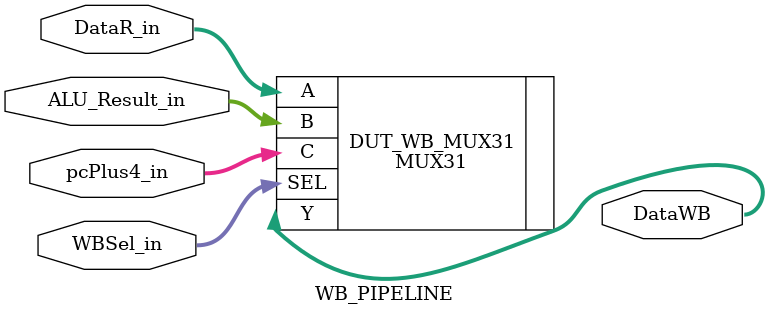
<source format=v>
`timescale 1ns / 1ps
module WB_PIPELINE(
    input [1:0]         WBSel_in,
    input [31:0]        DataR_in,
    input [31:0]        ALU_Result_in,
    input [31:0]        pcPlus4_in,
    output [31:0]       DataWB
);

    MUX31  DUT_WB_MUX31(
                        .SEL(WBSel_in), 
                        .A(DataR_in), 
                        .B(ALU_Result_in), 
                        .C(pcPlus4_in), 
                        .Y(DataWB)
                    ); 

endmodule

</source>
